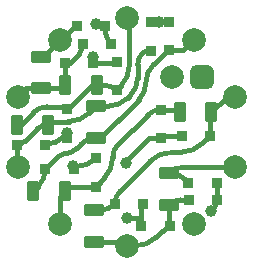
<source format=gtl>
G04 Layer_Physical_Order=1*
G04 Layer_Color=255*
%FSLAX25Y25*%
%MOIN*%
G70*
G01*
G75*
%ADD10C,0.01575*%
G04:AMPARAMS|DCode=11|XSize=66.93mil|YSize=43.31mil|CornerRadius=10.83mil|HoleSize=0mil|Usage=FLASHONLY|Rotation=0.000|XOffset=0mil|YOffset=0mil|HoleType=Round|Shape=RoundedRectangle|*
%AMROUNDEDRECTD11*
21,1,0.06693,0.02165,0,0,0.0*
21,1,0.04528,0.04331,0,0,0.0*
1,1,0.02165,0.02264,-0.01083*
1,1,0.02165,-0.02264,-0.01083*
1,1,0.02165,-0.02264,0.01083*
1,1,0.02165,0.02264,0.01083*
%
%ADD11ROUNDEDRECTD11*%
G04:AMPARAMS|DCode=12|XSize=35.43mil|YSize=35.43mil|CornerRadius=8.86mil|HoleSize=0mil|Usage=FLASHONLY|Rotation=270.000|XOffset=0mil|YOffset=0mil|HoleType=Round|Shape=RoundedRectangle|*
%AMROUNDEDRECTD12*
21,1,0.03543,0.01772,0,0,270.0*
21,1,0.01772,0.03543,0,0,270.0*
1,1,0.01772,-0.00886,-0.00886*
1,1,0.01772,-0.00886,0.00886*
1,1,0.01772,0.00886,0.00886*
1,1,0.01772,0.00886,-0.00886*
%
%ADD12ROUNDEDRECTD12*%
G04:AMPARAMS|DCode=13|XSize=35.43mil|YSize=35.43mil|CornerRadius=8.86mil|HoleSize=0mil|Usage=FLASHONLY|Rotation=0.000|XOffset=0mil|YOffset=0mil|HoleType=Round|Shape=RoundedRectangle|*
%AMROUNDEDRECTD13*
21,1,0.03543,0.01772,0,0,0.0*
21,1,0.01772,0.03543,0,0,0.0*
1,1,0.01772,0.00886,-0.00886*
1,1,0.01772,-0.00886,-0.00886*
1,1,0.01772,-0.00886,0.00886*
1,1,0.01772,0.00886,0.00886*
%
%ADD13ROUNDEDRECTD13*%
G04:AMPARAMS|DCode=14|XSize=66.93mil|YSize=43.31mil|CornerRadius=10.83mil|HoleSize=0mil|Usage=FLASHONLY|Rotation=90.000|XOffset=0mil|YOffset=0mil|HoleType=Round|Shape=RoundedRectangle|*
%AMROUNDEDRECTD14*
21,1,0.06693,0.02165,0,0,90.0*
21,1,0.04528,0.04331,0,0,90.0*
1,1,0.02165,0.01083,0.02264*
1,1,0.02165,0.01083,-0.02264*
1,1,0.02165,-0.01083,-0.02264*
1,1,0.02165,-0.01083,0.02264*
%
%ADD14ROUNDEDRECTD14*%
%ADD15C,0.07874*%
G04:AMPARAMS|DCode=16|XSize=78.74mil|YSize=78.74mil|CornerRadius=19.69mil|HoleSize=0mil|Usage=FLASHONLY|Rotation=180.000|XOffset=0mil|YOffset=0mil|HoleType=Round|Shape=RoundedRectangle|*
%AMROUNDEDRECTD16*
21,1,0.07874,0.03937,0,0,180.0*
21,1,0.03937,0.07874,0,0,180.0*
1,1,0.03937,-0.01969,0.01969*
1,1,0.03937,0.01969,0.01969*
1,1,0.03937,0.01969,-0.01969*
1,1,0.03937,-0.01969,-0.01969*
%
%ADD16ROUNDEDRECTD16*%
%ADD17C,0.03937*%
D10*
X-10437Y-8961D02*
G03*
X-10433Y-8957I-6412J6420D01*
G01*
X-16849Y-11614D02*
G03*
X-10437Y-8961I0J9073D01*
G01*
X-7382Y34460D02*
G03*
X-7283Y33257I7393J0D01*
G01*
D02*
G03*
X-5219Y29234I7295J1202D01*
G01*
X28767Y-25761D02*
G03*
X30020Y-22736I-3024J3024D01*
G01*
X13976Y27067D02*
G03*
X13167Y26732I0J-1144D01*
G01*
X3989Y10682D02*
G03*
X6299Y16263I-5587J5582D01*
G01*
X3986Y10679D02*
G03*
X3989Y10682I-5584J5584D01*
G01*
X-97Y37900D02*
G03*
X-98Y37902I-2140J-2137D01*
G01*
X-5219Y29234D02*
G03*
X-5217Y29232I5230J5226D01*
G01*
X-16055Y25874D02*
G03*
X-14665Y29232I-3363J3358D01*
G01*
X-16057Y25872D02*
G03*
X-16055Y25874I-3360J3360D01*
G01*
X-31296Y6302D02*
G03*
X-31299Y6299I4749J-4755D01*
G01*
X-21460Y-1969D02*
G03*
X-21313Y-1825I-5902J6192D01*
G01*
X-23854Y-3578D02*
G03*
X-21460Y-1969I-3509J7802D01*
G01*
X-27362Y-4331D02*
G03*
X-23854Y-3578I0J8554D01*
G01*
X-10335Y-2165D02*
G03*
X-13591Y-2953I0J-7129D01*
G01*
X-23200Y-8534D02*
G03*
X-23202Y-8536I3023J-3026D01*
G01*
X19759Y-16215D02*
G03*
X19756Y-16213I-5881J-5881D01*
G01*
X-2226Y-19746D02*
G03*
X-2228Y-19748I4369J-4369D01*
G01*
X19756Y-16213D02*
G03*
X13878Y-13780I-5878J-5883D01*
G01*
X18558Y-11841D02*
G03*
X13878Y-13780I0J-6618D01*
G01*
X-26547Y8268D02*
G03*
X-31296Y6302I0J-6721D01*
G01*
X-3445Y13780D02*
G03*
X-3448Y13783I-4039J-4039D01*
G01*
D02*
G03*
X-7484Y15453I-4036J-4043D01*
G01*
X-2142Y15083D02*
G03*
X787Y22154I-7071J7071D01*
G01*
Y35763D02*
G03*
X-97Y37900I-3024J0D01*
G01*
X-36811Y-4331D02*
G03*
X-33955Y-3148I0J4039D01*
G01*
X-29695Y1083D02*
G03*
X-30046Y762I3514J-4186D01*
G01*
X-26181Y2362D02*
G03*
X-29695Y1083I0J-5465D01*
G01*
X-19488Y3347D02*
G03*
X-12600Y6199I0J9742D01*
G01*
X-6398Y8465D02*
G03*
X323Y11248I0J9505D01*
G01*
X1132Y12057D02*
G03*
X3543Y17879I-5822J5822D01*
G01*
X5217Y26280D02*
G03*
X3543Y22240I4039J-4039D01*
G01*
X6880Y26969D02*
G03*
X5217Y26280I0J-2352D01*
G01*
X-9025Y-26181D02*
G03*
X-4037Y-24115I0J7057D01*
G01*
D02*
G03*
X-4035Y-24114I-4989J4991D01*
G01*
X-2228Y-19748D02*
G03*
X-4035Y-24114I4371J-4366D01*
G01*
X14772Y-6890D02*
G03*
X7701Y-9819I0J-10000D01*
G01*
X18003Y-6890D02*
G03*
X25075Y-3961I0J10000D01*
G01*
X2740Y-38098D02*
G03*
X9811Y-35170I0J10000D01*
G01*
X13881Y-24406D02*
G03*
X13878Y-24409I4036J-4043D01*
G01*
X17918Y-22736D02*
G03*
X13881Y-24406I0J-5713D01*
G01*
X-29630Y-18311D02*
G03*
X-27264Y-12598I-5713J5713D01*
G01*
X-21250Y-7420D02*
G03*
X-23200Y-8534I1073J-4140D01*
G01*
X-21250Y-7420D02*
G03*
X-19920Y-7283I0J6537D01*
G01*
D02*
G03*
X-16628Y-5505I-1330J6400D01*
G01*
X-13591Y-2953D02*
G03*
X-15375Y-4253I3257J-6341D01*
G01*
X8845Y22410D02*
G03*
X6299Y16263I6147J-6147D01*
G01*
X-7653Y-15626D02*
G03*
X-4724Y-8555I-7071J7071D01*
G01*
X-3193Y-4571D02*
G03*
X-4724Y-8268I3697J-3697D01*
G01*
X11220Y7283D02*
G03*
X6852Y5474I0J-6178D01*
G01*
X-21313Y-1825D02*
X-19980Y-492D01*
X7874Y36417D02*
X13878D01*
X-10437Y-8961D02*
X-10433Y-8957D01*
X-18110Y-11614D02*
X-16849D01*
X-7283Y33257D02*
Y35827D01*
X-7382Y34460D02*
Y35236D01*
X27953Y-26575D02*
X28767Y-25761D01*
X-11220Y22835D02*
X-3839D01*
X-19094D02*
X-16057Y25872D01*
X-35236Y2362D02*
X-31299Y6299D01*
X-27264Y-12598D02*
X-23202Y-8536D01*
X19759Y-16215D02*
X20374Y-16831D01*
X-11811Y15453D02*
X-10138D01*
X-19783Y7480D02*
X-11811Y15453D01*
X-19980Y7480D02*
X-19783D01*
X-295Y-10433D02*
Y-9941D01*
X7480Y-2165D01*
X11220D01*
X29921Y-22638D02*
X30020Y-22736D01*
X29921Y-22638D02*
Y-17224D01*
X4724Y-28740D02*
Y-24803D01*
Y-31398D02*
Y-28740D01*
X4626Y-28839D02*
X4724Y-28740D01*
X98Y-28839D02*
X4626D01*
X13878Y36417D02*
X13976Y36516D01*
X-11220Y22835D02*
Y25000D01*
X-9646Y35236D02*
X-7382D01*
X-10433Y36024D02*
X-9646Y35236D01*
X18758Y27165D02*
X22237Y30644D01*
X14370Y27165D02*
X18758D01*
X-3839Y22835D02*
X-3445Y23228D01*
X-22434Y30644D02*
X-21915D01*
X-20669Y22835D02*
X-19094D01*
X-20768Y22736D02*
X-20669Y22835D01*
X-20768Y15453D02*
Y22736D01*
X-21850Y14370D02*
X-20768Y15453D01*
X-28543Y14370D02*
X-21850D01*
X-36239Y11644D02*
X-33513Y14370D01*
X-28543D01*
X-28078Y25000D02*
X-22434Y30644D01*
X-28543Y25000D02*
X-28078D01*
X-20768Y8268D02*
X-19980Y7480D01*
X-36811Y2362D02*
X-35236D01*
X-36811Y-11269D02*
X-36239Y-11841D01*
X-19094Y-18406D02*
X-10433D01*
X-20571Y-19882D02*
X-19094Y-18406D01*
X-22434Y-21745D02*
X-20571Y-19882D01*
X-22434Y-30841D02*
Y-21745D01*
X-1386Y-36811D02*
X-98Y-38098D01*
X-11024Y-36811D02*
X-1386D01*
X4724Y-24803D02*
X5413Y-24114D01*
X16831Y7283D02*
X17520Y6594D01*
X11220Y-2165D02*
X12008Y-1378D01*
X18209D01*
X27657Y6102D02*
X28150Y6594D01*
X27657Y-1378D02*
Y6102D01*
X28150Y6594D02*
X33199Y11644D01*
X36042D01*
X18558Y-11841D02*
X36042D01*
X-26547Y8268D02*
X-20768D01*
X-3445Y13780D02*
X-2142Y15083D01*
X-10138Y15453D02*
X-7484D01*
X787Y22154D02*
Y35763D01*
X-21915Y30644D02*
X-16732Y35827D01*
X-36811Y-11269D02*
Y-4331D01*
X-33955Y-3148D02*
X-30046Y762D01*
X-26181Y2362D02*
X-25197Y3347D01*
X-19488D01*
X-12600Y6199D02*
X-10335Y8465D01*
X-6398D01*
X323Y11248D02*
X1132Y12057D01*
X3543Y17879D02*
Y22240D01*
X6880Y26969D02*
X7874D01*
X-11024Y-26181D02*
X-9025D01*
X-2226Y-19746D02*
X7701Y-9819D01*
X14772Y-6890D02*
X18003D01*
X25075Y-3961D02*
X27657Y-1378D01*
X-98Y-38098D02*
X2740D01*
X9811Y-35170D02*
X13878Y-31102D01*
Y-24409D01*
X17918Y-22736D02*
X20571D01*
X-31201Y-19882D02*
X-29630Y-18311D01*
X-16628Y-5505D02*
X-15375Y-4253D01*
X-9596Y-2904D02*
X3986Y10679D01*
X8845Y22410D02*
X13167Y26732D01*
X14124Y26919D02*
X14370Y27165D01*
X-13878Y29232D02*
Y30020D01*
X-10433Y-18406D02*
X-7653Y-15626D01*
X-4724Y-8555D02*
Y-8268D01*
X-3193Y-4571D02*
X6852Y5474D01*
X11220Y7283D02*
X16831D01*
D11*
X-10335Y-2165D02*
D03*
Y8465D02*
D03*
X-28543Y14370D02*
D03*
Y25000D02*
D03*
X-11024Y-36811D02*
D03*
Y-26181D02*
D03*
X13878Y-13780D02*
D03*
Y-24409D02*
D03*
D12*
X20472Y-17224D02*
D03*
X29921D02*
D03*
X30020Y-22736D02*
D03*
X20571D02*
D03*
X14173Y-31398D02*
D03*
X4724D02*
D03*
X5413Y-24114D02*
D03*
X-4035D02*
D03*
X27657Y-1378D02*
D03*
X18209D02*
D03*
X-17815Y-12598D02*
D03*
X-27264D02*
D03*
X-36811Y-4331D02*
D03*
X-27362D02*
D03*
X-11220Y22835D02*
D03*
X-20669D02*
D03*
X-14665Y29232D02*
D03*
X-5217D02*
D03*
X-7382Y35236D02*
D03*
X-16831D02*
D03*
D13*
X11220Y-2165D02*
D03*
Y7283D02*
D03*
X-10433Y-18406D02*
D03*
Y-8957D02*
D03*
X13976Y27067D02*
D03*
Y36516D02*
D03*
X7874Y36417D02*
D03*
Y26969D02*
D03*
X-19980Y-1969D02*
D03*
Y7480D02*
D03*
X-3445Y13780D02*
D03*
Y23228D02*
D03*
D14*
X-10138Y15453D02*
D03*
X-20768D02*
D03*
X-26181Y2362D02*
D03*
X-36811D02*
D03*
X-20571Y-19882D02*
D03*
X-31201D02*
D03*
X28150Y6594D02*
D03*
X17520D02*
D03*
D15*
X-98Y37902D02*
D03*
X22237Y30644D02*
D03*
X36042Y11644D02*
D03*
Y-11841D02*
D03*
X22237Y-30841D02*
D03*
X-98Y-38098D02*
D03*
X-22434Y-30841D02*
D03*
X-36239Y-11841D02*
D03*
Y11644D02*
D03*
X-22434Y30644D02*
D03*
X14902Y18209D02*
D03*
D16*
X24902D02*
D03*
D17*
X-295Y-10433D02*
D03*
X27953Y-26575D02*
D03*
X98Y-28839D02*
D03*
X-18110Y-11614D02*
D03*
X-19980Y-492D02*
D03*
X10728Y36516D02*
D03*
X-11220Y25000D02*
D03*
X-10433Y36024D02*
D03*
M02*

</source>
